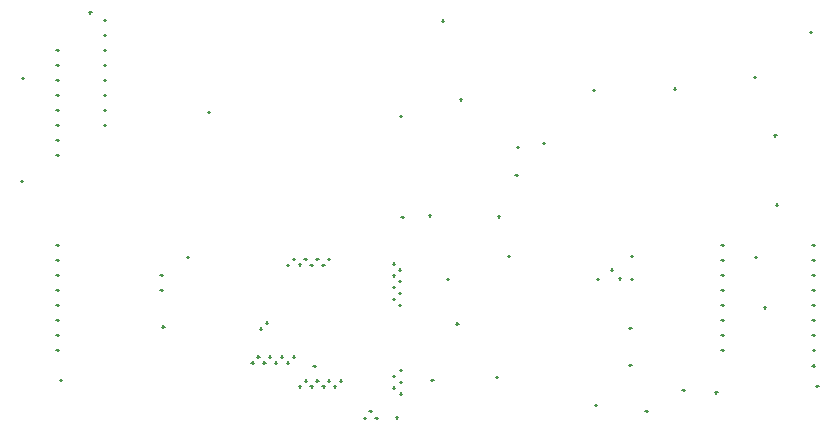
<source format=gbr>
%TF.GenerationSoftware,Altium Limited,Altium Designer,20.0.13 (296)*%
G04 Layer_Color=128*
%FSLAX26Y26*%
%MOIN*%
%TF.FileFunction,Drillmap*%
%TF.Part,Single*%
G01*
G75*
%TA.AperFunction,NonConductor*%
%ADD93C,0.005000*%
D93*
X1595472Y1361220D02*
X1603346D01*
X1599409Y1357284D02*
Y1365158D01*
X815945Y1056102D02*
X823819D01*
X819882Y1052165D02*
Y1060039D01*
X420276Y1388780D02*
X428150D01*
X424213Y1384842D02*
Y1392716D01*
X195866Y1169291D02*
X203740D01*
X199803Y1165354D02*
Y1173228D01*
X191929Y825787D02*
X199803D01*
X195866Y821850D02*
Y829724D01*
X322835Y163386D02*
X330709D01*
X326772Y159449D02*
Y167323D01*
X663386Y341535D02*
X671260D01*
X667323Y337598D02*
Y345472D01*
X746063Y572835D02*
X753937D01*
X750000Y568898D02*
Y576772D01*
X1460630Y705709D02*
X1468504D01*
X1464567Y701772D02*
Y709646D01*
X1655512Y1098425D02*
X1663386D01*
X1659449Y1094488D02*
Y1102362D01*
X1454724Y1044291D02*
X1462598D01*
X1458661Y1040354D02*
Y1048228D01*
X1781496Y708661D02*
X1789370D01*
X1785433Y704724D02*
Y712598D01*
X1840551Y846457D02*
X1848425D01*
X1844488Y842520D02*
Y850394D01*
Y939961D02*
X1852362D01*
X1848425Y936024D02*
Y943898D01*
X1932087Y953740D02*
X1939961D01*
X1936024Y949803D02*
Y957677D01*
X2098425Y1129921D02*
X2106299D01*
X2102362Y1125984D02*
Y1133858D01*
X2368110Y1134842D02*
X2375984D01*
X2372047Y1130906D02*
Y1138780D01*
X2821850Y1322835D02*
X2829724D01*
X2825787Y1318898D02*
Y1326772D01*
X2635827Y1174213D02*
X2643701D01*
X2639764Y1170276D02*
Y1178150D01*
X2703740Y978346D02*
X2711614D01*
X2707677Y974409D02*
Y982284D01*
X2709646Y748032D02*
X2717520D01*
X2713583Y744095D02*
Y751968D01*
X2843504Y143701D02*
X2851378D01*
X2847441Y139764D02*
Y147638D01*
X2637795Y573819D02*
X2645669D01*
X2641732Y569882D02*
Y577756D01*
X2668307Y405512D02*
X2676181D01*
X2672244Y401575D02*
Y409449D01*
X2397638Y128937D02*
X2405512D01*
X2401575Y125000D02*
Y132874D01*
X2506890Y122047D02*
X2514764D01*
X2510827Y118110D02*
Y125984D01*
X2105315Y79724D02*
X2113189D01*
X2109252Y75787D02*
Y83661D01*
X1776575Y174213D02*
X1784449D01*
X1780512Y170276D02*
Y178150D01*
X1560039Y162402D02*
X1567913D01*
X1563976Y158465D02*
Y166339D01*
X1442913Y38386D02*
X1450787D01*
X1446850Y34449D02*
Y42323D01*
X1167323Y210630D02*
X1175197D01*
X1171260Y206693D02*
Y214567D01*
X2220472Y336122D02*
X2228346D01*
X2224409Y332185D02*
Y340059D01*
X1553150Y711614D02*
X1561024D01*
X1557087Y707677D02*
Y715551D01*
X1119304Y548477D02*
X1127178D01*
X1123241Y544540D02*
Y552414D01*
X1216535Y566929D02*
X1224409D01*
X1220473Y562992D02*
Y570866D01*
X1098425Y566929D02*
X1106299D01*
X1102362Y562992D02*
Y570866D01*
X1137289Y566929D02*
X1145163D01*
X1141226Y562992D02*
Y570866D01*
X1177165Y566929D02*
X1185039D01*
X1181102Y562992D02*
Y570866D01*
X980315Y241142D02*
X988189D01*
X984252Y237205D02*
Y245079D01*
X1098425Y241142D02*
X1106299D01*
X1102362Y237205D02*
Y245079D01*
X2527559Y562402D02*
X2535433D01*
X2531496Y558465D02*
Y566339D01*
X2220472Y213583D02*
X2228346D01*
X2224409Y209646D02*
Y217520D01*
X2274070Y59055D02*
X2281945D01*
X2278008Y55118D02*
Y62992D01*
X2832677Y262402D02*
X2840551D01*
X2836614Y258465D02*
Y266339D01*
X2830709Y312402D02*
X2838582D01*
X2834646Y308465D02*
Y316339D01*
X2830709Y612402D02*
X2838582D01*
X2834646Y608465D02*
Y616339D01*
X2185039Y501969D02*
X2192913D01*
X2188976Y498032D02*
Y505906D01*
X2225394Y575787D02*
X2233268D01*
X2229331Y571850D02*
Y579724D01*
X2225394Y500000D02*
X2233268D01*
X2229331Y496063D02*
Y503937D01*
X2112205Y500000D02*
X2120079D01*
X2116142Y496063D02*
Y503937D01*
X1815945Y575787D02*
X1823819D01*
X1819882Y571850D02*
Y579724D01*
X1643701Y351378D02*
X1651575D01*
X1647638Y347441D02*
Y355315D01*
X2159449Y531496D02*
X2167323D01*
X2163386Y527559D02*
Y535433D01*
X1612205Y500000D02*
X1620079D01*
X1616142Y496063D02*
Y503937D01*
X1009550Y354584D02*
X1017424D01*
X1013487Y350647D02*
Y358521D01*
X1454961Y196850D02*
X1462835D01*
X1458898Y192913D02*
Y200787D01*
X1454961Y157480D02*
X1462835D01*
X1458898Y153543D02*
Y161417D01*
X2830780Y211237D02*
X2838654D01*
X2834717Y207300D02*
Y215174D01*
X2830709Y362402D02*
X2838582D01*
X2834646Y358465D02*
Y366339D01*
X2830709Y512402D02*
X2838582D01*
X2834646Y508465D02*
Y516339D01*
X2830709Y562402D02*
X2838582D01*
X2834646Y558465D02*
Y566339D01*
X2830709Y412402D02*
X2838582D01*
X2834646Y408465D02*
Y416339D01*
X2830709Y462402D02*
X2838582D01*
X2834646Y458465D02*
Y466339D01*
X1157480Y547284D02*
X1165354D01*
X1161417Y543346D02*
Y551221D01*
X1196850Y547284D02*
X1204724D01*
X1200787Y543346D02*
Y551221D01*
X1078740Y547284D02*
X1086614D01*
X1082677Y543346D02*
Y551221D01*
X311024Y562402D02*
X318898D01*
X314961Y558465D02*
Y566339D01*
X311024Y412402D02*
X318898D01*
X314961Y408465D02*
Y416339D01*
X468504Y1012402D02*
X476378D01*
X472441Y1008465D02*
Y1016339D01*
X1433110Y551181D02*
X1440984D01*
X1437047Y547244D02*
Y555118D01*
X2527559Y262402D02*
X2535433D01*
X2531496Y258465D02*
Y266339D01*
X2527559Y312402D02*
X2535433D01*
X2531496Y308465D02*
Y316339D01*
X2527559Y362402D02*
X2535433D01*
X2531496Y358465D02*
Y366339D01*
X2527559Y412402D02*
X2535433D01*
X2531496Y408465D02*
Y416339D01*
X2527559Y462402D02*
X2535433D01*
X2531496Y458465D02*
Y466339D01*
X2527559Y512402D02*
X2535433D01*
X2531496Y508465D02*
Y516339D01*
X2527559Y612402D02*
X2535433D01*
X2531496Y608465D02*
Y616339D01*
X657480Y462402D02*
X665354D01*
X661417Y458465D02*
Y466339D01*
X989904Y334899D02*
X997778D01*
X993841Y330962D02*
Y338836D01*
X657480Y512402D02*
X665354D01*
X661417Y508465D02*
Y516339D01*
X469488Y1063579D02*
X477362D01*
X473425Y1059641D02*
Y1067515D01*
X1078740Y221496D02*
X1086614D01*
X1082677Y217559D02*
Y225433D01*
X1059055Y241142D02*
X1066929D01*
X1062992Y237205D02*
Y245079D01*
X1039877Y221496D02*
X1047751D01*
X1043814Y217559D02*
Y225433D01*
X1019685Y241142D02*
X1027559D01*
X1023622Y237205D02*
Y245079D01*
X1000000Y221496D02*
X1007874D01*
X1003937Y217559D02*
Y225433D01*
X960630Y221496D02*
X968504D01*
X964567Y217559D02*
Y225433D01*
X1433110Y472441D02*
X1440984D01*
X1437047Y468504D02*
Y476378D01*
X1433110Y511811D02*
X1440984D01*
X1437047Y507874D02*
Y515748D01*
X311024Y912402D02*
X318898D01*
X314961Y908465D02*
Y916339D01*
X311024Y962402D02*
X318898D01*
X314961Y958465D02*
Y966339D01*
X311024Y1012402D02*
X318898D01*
X314961Y1008465D02*
Y1016339D01*
X311024Y1062402D02*
X318898D01*
X314961Y1058465D02*
Y1066339D01*
X311024Y1112402D02*
X318898D01*
X314961Y1108465D02*
Y1116339D01*
X311024Y1162402D02*
X318898D01*
X314961Y1158465D02*
Y1166339D01*
X311024Y1212402D02*
X318898D01*
X314961Y1208465D02*
Y1216339D01*
X311024Y1262402D02*
X318898D01*
X314961Y1258465D02*
Y1266339D01*
X1255906Y161378D02*
X1263780D01*
X1259843Y157441D02*
Y165315D01*
X1236221Y141732D02*
X1244095D01*
X1240158Y137795D02*
Y145669D01*
X1216535Y161378D02*
X1224409D01*
X1220473Y157441D02*
Y165315D01*
X1197357Y141732D02*
X1205231D01*
X1201294Y137795D02*
Y145669D01*
X1177166Y161378D02*
X1185040D01*
X1181102Y157441D02*
Y165315D01*
X1157480Y141732D02*
X1165354D01*
X1161417Y137795D02*
Y145669D01*
X1137795Y161378D02*
X1145669D01*
X1141732Y157441D02*
Y165315D01*
X1118110Y141732D02*
X1125984D01*
X1122047Y137795D02*
Y145669D01*
X1454961Y118110D02*
X1462835D01*
X1458898Y114173D02*
Y122047D01*
X1334646Y37165D02*
X1342520D01*
X1338583Y33228D02*
Y41102D01*
X1374016Y37165D02*
X1381890D01*
X1377953Y33228D02*
Y41102D01*
X311024Y612402D02*
X318898D01*
X314961Y608465D02*
Y616339D01*
X311024Y512402D02*
X318898D01*
X314961Y508465D02*
Y516339D01*
X311024Y462402D02*
X318898D01*
X314961Y458465D02*
Y466339D01*
X311024Y362402D02*
X318898D01*
X314961Y358465D02*
Y366339D01*
X311024Y312402D02*
X318898D01*
X314961Y308465D02*
Y316339D01*
X311024Y262402D02*
X318898D01*
X314961Y258465D02*
Y266339D01*
X1433110Y177165D02*
X1440984D01*
X1437047Y173228D02*
Y181102D01*
X1433110Y137795D02*
X1440984D01*
X1437047Y133858D02*
Y141732D01*
X1354331Y59016D02*
X1362205D01*
X1358268Y55079D02*
Y62953D01*
X1452756Y413386D02*
X1460630D01*
X1456693Y409449D02*
Y417323D01*
X1433110Y433071D02*
X1440984D01*
X1437047Y429134D02*
Y437008D01*
X1452756Y452756D02*
X1460630D01*
X1456693Y448819D02*
Y456693D01*
X1452756Y492633D02*
X1460630D01*
X1456693Y488696D02*
Y496570D01*
X1452756Y531496D02*
X1460630D01*
X1456693Y527559D02*
Y535433D01*
X468504Y1112401D02*
X476378D01*
X472441Y1108465D02*
Y1116339D01*
X468504Y1162401D02*
X476378D01*
X472441Y1158464D02*
Y1166338D01*
X468504Y1212401D02*
X476378D01*
X472441Y1208464D02*
Y1216338D01*
X468504Y1262401D02*
X476378D01*
X472441Y1258464D02*
Y1266338D01*
X468504Y1312401D02*
X476378D01*
X472441Y1308464D02*
Y1316338D01*
X468504Y1362401D02*
X476378D01*
X472441Y1358464D02*
Y1366338D01*
%TF.MD5,27ea5a2af271fd903641c3449293f7d7*%
M02*

</source>
